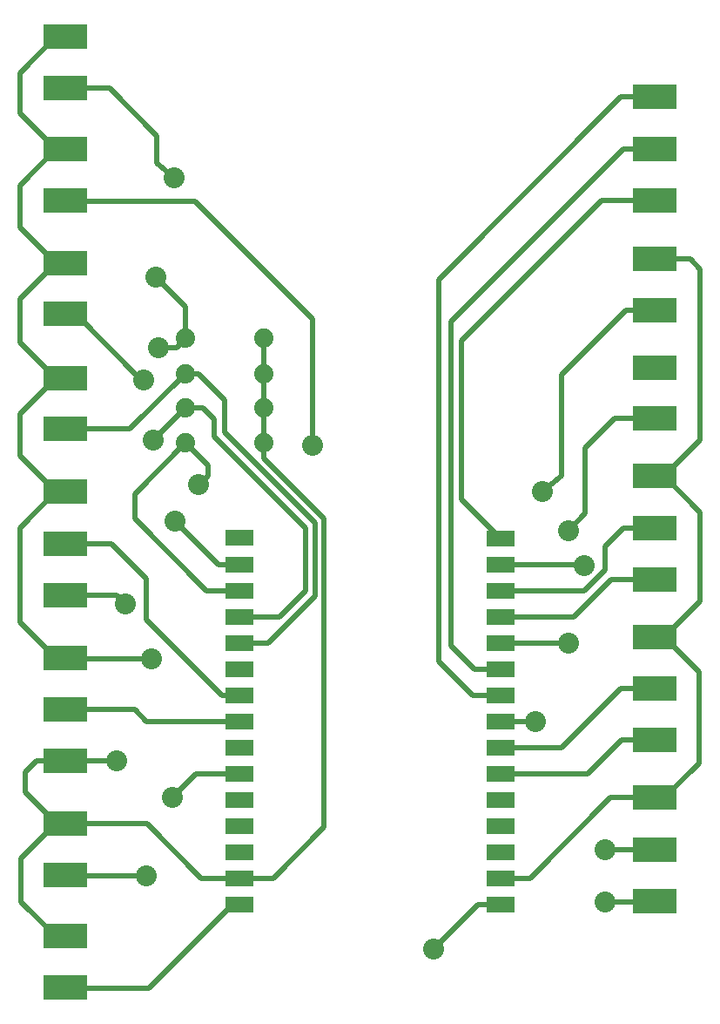
<source format=gbl>
G04 Layer: BottomLayer*
G04 EasyEDA v6.5.20, 2022-10-25 19:45:01*
G04 d7509c23e70a4d299dd340956325a71c,9a860c5992af436183867cf7ac43f068,10*
G04 Gerber Generator version 0.2*
G04 Scale: 100 percent, Rotated: No, Reflected: No *
G04 Dimensions in inches *
G04 leading zeros omitted , absolute positions ,3 integer and 6 decimal *
%FSLAX36Y36*%
%MOIN*%

%ADD10C,0.0200*%
%ADD11R,0.1687X0.0937*%
%ADD12C,0.0740*%
%ADD13R,0.1083X0.0600*%
%ADD14C,0.0800*%

%LPD*%
D10*
X2050000Y1135000D02*
G01*
X1915000Y1135000D01*
X2235000Y1730000D02*
G01*
X2230000Y1735000D01*
X1915000Y1735000D01*
X2175000Y1435000D02*
G01*
X1915000Y1435000D01*
X2505000Y448000D02*
G01*
X2501999Y445000D01*
X2315000Y445000D01*
X2505000Y645000D02*
G01*
X2315000Y645000D01*
X1915000Y535000D02*
G01*
X2030000Y535000D01*
X2336999Y841999D01*
X2505000Y841999D01*
X710000Y2465000D02*
G01*
X496999Y2251999D01*
X250000Y2251999D01*
X710000Y2335000D02*
G01*
X585000Y2210000D01*
X1010000Y2200000D02*
G01*
X1010000Y2335000D01*
X1010000Y2335000D02*
G01*
X1010000Y2465000D01*
X1010000Y2465000D02*
G01*
X1010000Y2600000D01*
X250000Y743000D02*
G01*
X561999Y743000D01*
X770000Y535000D01*
X915000Y535000D01*
X250000Y546999D02*
G01*
X251999Y545000D01*
X560000Y545000D01*
X660000Y845000D02*
G01*
X750000Y935000D01*
X915000Y935000D01*
X250000Y1180000D02*
G01*
X515000Y1180000D01*
X560000Y1135000D01*
X915000Y1135000D01*
X250000Y1376999D02*
G01*
X248000Y1375000D01*
X215000Y1375000D01*
X75000Y1515000D01*
X75000Y1875000D01*
X211999Y2011999D01*
X250000Y2011999D01*
X250000Y2448000D02*
G01*
X213000Y2448000D01*
X75000Y2310000D01*
X75000Y2150000D01*
X213000Y2011999D01*
X250000Y2011999D01*
X250000Y2888000D02*
G01*
X213000Y2888000D01*
X75000Y2750000D01*
X75000Y2585000D01*
X211999Y2448000D01*
X250000Y2448000D01*
X250000Y3323000D02*
G01*
X213000Y3323000D01*
X75000Y3185000D01*
X75000Y3025000D01*
X211999Y2888000D01*
X250000Y2888000D01*
X250000Y3753000D02*
G01*
X213000Y3753000D01*
X75000Y3615000D01*
X75000Y3460000D01*
X211999Y3323000D01*
X250000Y3323000D01*
X710000Y2465000D02*
G01*
X760000Y2465000D01*
X860000Y2365000D01*
X860000Y2240000D01*
X1205000Y1895000D01*
X1205000Y1615000D01*
X1025000Y1435000D01*
X915000Y1435000D01*
X250000Y3126999D02*
G01*
X251999Y3125000D01*
X745000Y3125000D01*
X1195000Y2675000D01*
X1195000Y2190000D01*
X760000Y2040000D02*
G01*
X795000Y2075000D01*
X795000Y2115000D01*
X710000Y2200000D01*
X595000Y2835000D02*
G01*
X710000Y2720000D01*
X710000Y2600000D01*
X710000Y2600000D02*
G01*
X675000Y2565000D01*
X605000Y2565000D01*
X670000Y1900000D02*
G01*
X835000Y1735000D01*
X915000Y1735000D01*
X250000Y313000D02*
G01*
X211999Y313000D01*
X80000Y445000D01*
X80000Y610000D01*
X213000Y743000D01*
X250000Y743000D01*
X250000Y1376999D02*
G01*
X251999Y1375000D01*
X580000Y1375000D01*
X1660000Y265000D02*
G01*
X1830000Y435000D01*
X1915000Y435000D01*
X250000Y983000D02*
G01*
X251999Y985000D01*
X445000Y985000D01*
X710000Y2200000D02*
G01*
X515000Y2005000D01*
X515000Y1910000D01*
X790000Y1635000D01*
X915000Y1635000D01*
X480000Y1585000D02*
G01*
X446999Y1618000D01*
X250000Y1618000D01*
X915000Y1235000D02*
G01*
X850000Y1235000D01*
X560000Y1525000D01*
X560000Y1680000D01*
X425000Y1815000D01*
X250000Y1815000D01*
X2505000Y2706999D02*
G01*
X2396999Y2706999D01*
X2150000Y2460000D01*
X2150000Y2075000D01*
X2075000Y2015000D01*
X2195000Y1865000D02*
G01*
X2175000Y1865000D01*
X2505000Y2291999D02*
G01*
X2351999Y2291999D01*
X2240000Y2180000D01*
X2240000Y1930000D01*
X2175000Y1865000D01*
X1915000Y1535000D02*
G01*
X2195000Y1535000D01*
X2338000Y1678000D01*
X2505000Y1678000D01*
X2505000Y1456999D02*
G01*
X2541999Y1456999D01*
X2680000Y1595000D01*
X2680000Y1935000D01*
X2543000Y2071999D01*
X2505000Y2071999D01*
X2505000Y3521999D02*
G01*
X2376999Y3521999D01*
X1680000Y2825000D01*
X1680000Y1365000D01*
X1810000Y1235000D01*
X1915000Y1235000D01*
X2505000Y3325000D02*
G01*
X2385000Y3325000D01*
X1725000Y2665000D01*
X1725000Y1425000D01*
X1815000Y1335000D01*
X1915000Y1335000D01*
X1010000Y2200000D02*
G01*
X1010000Y2140000D01*
X1240000Y1910000D01*
X1240000Y730000D01*
X1045000Y535000D01*
X915000Y535000D01*
X2505000Y2071999D02*
G01*
X2541999Y2071999D01*
X2680000Y2210000D01*
X2680000Y2865000D01*
X2641999Y2903000D01*
X2505000Y2903000D01*
X2505000Y841999D02*
G01*
X2541999Y841999D01*
X2675000Y975000D01*
X2675000Y1325000D01*
X2543000Y1456999D01*
X2505000Y1456999D01*
X250000Y983000D02*
G01*
X138000Y983000D01*
X95000Y940000D01*
X95000Y865000D01*
X216999Y743000D01*
X250000Y743000D01*
X250000Y3556999D02*
G01*
X418000Y3556999D01*
X600000Y3375000D01*
X600000Y3270000D01*
X665000Y3215000D01*
X550000Y2440000D02*
G01*
X540000Y2440000D01*
X288000Y2691999D01*
X250000Y2691999D01*
X1915000Y1635000D02*
G01*
X2235000Y1635000D01*
X2315000Y1715000D01*
X2315000Y1805000D01*
X2385000Y1875000D01*
X2505000Y1875000D01*
X2505000Y1260000D02*
G01*
X2375000Y1260000D01*
X2150000Y1035000D01*
X1915000Y1035000D01*
X2505000Y1063000D02*
G01*
X2378000Y1063000D01*
X2250000Y935000D01*
X1915000Y935000D01*
X250000Y116999D02*
G01*
X251999Y115000D01*
X570000Y115000D01*
X890000Y435000D01*
X915000Y435000D01*
X710000Y2335000D02*
G01*
X775000Y2335000D01*
X820000Y2290000D01*
X820000Y2225000D01*
X1170000Y1875000D01*
X1170000Y1635000D01*
X1070000Y1535000D01*
X915000Y1535000D01*
X2505000Y3128000D02*
G01*
X2303000Y3128000D01*
X1765000Y2590000D01*
X1765000Y1985000D01*
X1915000Y1835000D01*
D11*
G01*
X250000Y3753000D03*
G01*
X250000Y3556999D03*
G01*
X250000Y3323000D03*
G01*
X250000Y3126999D03*
G01*
X250000Y2888000D03*
G01*
X250000Y2691999D03*
G01*
X250000Y2448000D03*
G01*
X250000Y2251999D03*
G01*
X250000Y743000D03*
G01*
X250000Y546999D03*
G01*
X2505000Y2706999D03*
G01*
X2505000Y2903000D03*
G01*
X2505000Y2291999D03*
G01*
X2505000Y2488000D03*
G01*
X250000Y313000D03*
G01*
X250000Y116999D03*
G01*
X250000Y1815000D03*
G01*
X250000Y1618000D03*
G01*
X250000Y2011999D03*
G01*
X250000Y1180000D03*
G01*
X250000Y983000D03*
G01*
X250000Y1376999D03*
G01*
X2505000Y3325000D03*
G01*
X2505000Y3521999D03*
G01*
X2505000Y3128000D03*
G01*
X2505000Y1875000D03*
G01*
X2505000Y2071999D03*
G01*
X2505000Y1678000D03*
G01*
X2505000Y1260000D03*
G01*
X2505000Y1456999D03*
G01*
X2505000Y1063000D03*
G01*
X2505000Y645000D03*
G01*
X2505000Y841999D03*
G01*
X2505000Y448000D03*
D12*
G01*
X1010000Y2600000D03*
G01*
X710000Y2600000D03*
G01*
X710000Y2200000D03*
G01*
X1010000Y2200000D03*
G01*
X710000Y2335000D03*
G01*
X1010000Y2335000D03*
G01*
X710000Y2465000D03*
G01*
X1010000Y2465000D03*
D13*
G01*
X915000Y1835250D03*
G01*
X1915000Y1835000D03*
G01*
X915000Y1735000D03*
G01*
X1915000Y1735000D03*
G01*
X915000Y1635000D03*
G01*
X1915000Y1635000D03*
G01*
X915000Y1535000D03*
G01*
X1915000Y1535000D03*
G01*
X915000Y1435000D03*
G01*
X1915000Y1435000D03*
G01*
X915000Y1335000D03*
G01*
X1915000Y1335000D03*
G01*
X915000Y1235000D03*
G01*
X1915000Y1235000D03*
G01*
X915000Y1135000D03*
G01*
X1915000Y1135000D03*
G01*
X915000Y1035000D03*
G01*
X1915000Y1035000D03*
G01*
X915000Y935000D03*
G01*
X1915000Y935000D03*
G01*
X915000Y835000D03*
G01*
X1915000Y835000D03*
G01*
X915000Y735000D03*
G01*
X1915000Y735000D03*
G01*
X915000Y635000D03*
G01*
X1915000Y635000D03*
G01*
X915000Y535000D03*
G01*
X1915000Y535000D03*
G01*
X915000Y435000D03*
G01*
X1915000Y435000D03*
D14*
G01*
X585000Y2210000D03*
G01*
X550000Y2440000D03*
G01*
X560000Y545000D03*
G01*
X660000Y845000D03*
G01*
X1195000Y2190000D03*
G01*
X760000Y2040000D03*
G01*
X665000Y3215000D03*
G01*
X595000Y2835000D03*
G01*
X605000Y2565000D03*
G01*
X670000Y1900000D03*
G01*
X580000Y1375000D03*
G01*
X1660000Y265000D03*
G01*
X445000Y985000D03*
G01*
X480000Y1585000D03*
G01*
X2315000Y645000D03*
G01*
X2315000Y445000D03*
G01*
X2235000Y1730000D03*
G01*
X2175000Y1435000D03*
G01*
X2175000Y1865000D03*
G01*
X2075000Y2015000D03*
G01*
X2050000Y1135000D03*
M02*

</source>
